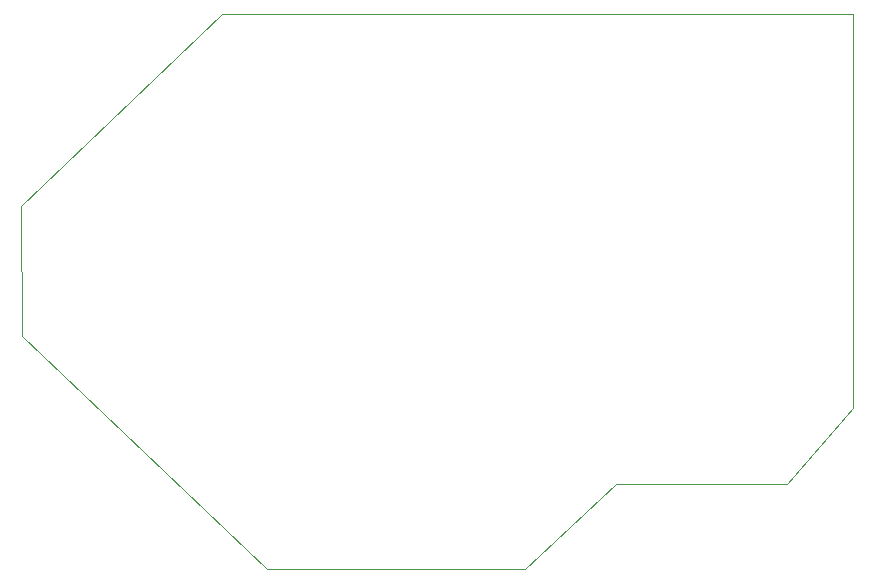
<source format=gbr>
%TF.GenerationSoftware,KiCad,Pcbnew,(5.1.7)-1*%
%TF.CreationDate,2020-11-20T15:05:24+02:00*%
%TF.ProjectId,ymp2,796d7032-2e6b-4696-9361-645f70636258,rev?*%
%TF.SameCoordinates,Original*%
%TF.FileFunction,Profile,NP*%
%FSLAX46Y46*%
G04 Gerber Fmt 4.6, Leading zero omitted, Abs format (unit mm)*
G04 Created by KiCad (PCBNEW (5.1.7)-1) date 2020-11-20 15:05:24*
%MOMM*%
%LPD*%
G01*
G04 APERTURE LIST*
%TA.AperFunction,Profile*%
%ADD10C,0.100000*%
%TD*%
G04 APERTURE END LIST*
D10*
X53490000Y-134810000D02*
X70470000Y-118570000D01*
X74300000Y-165590000D02*
X53500000Y-145800000D01*
X118270000Y-158310000D02*
X123910000Y-151900000D01*
X103860000Y-158330000D02*
X118270000Y-158310000D01*
X96090000Y-165540000D02*
X103860000Y-158330000D01*
X123910000Y-151900000D02*
X123910000Y-118580000D01*
X74300000Y-165590000D02*
X96090000Y-165540000D01*
X53490000Y-134810000D02*
X53500000Y-145800000D01*
X123910000Y-118580000D02*
X70470000Y-118570000D01*
M02*

</source>
